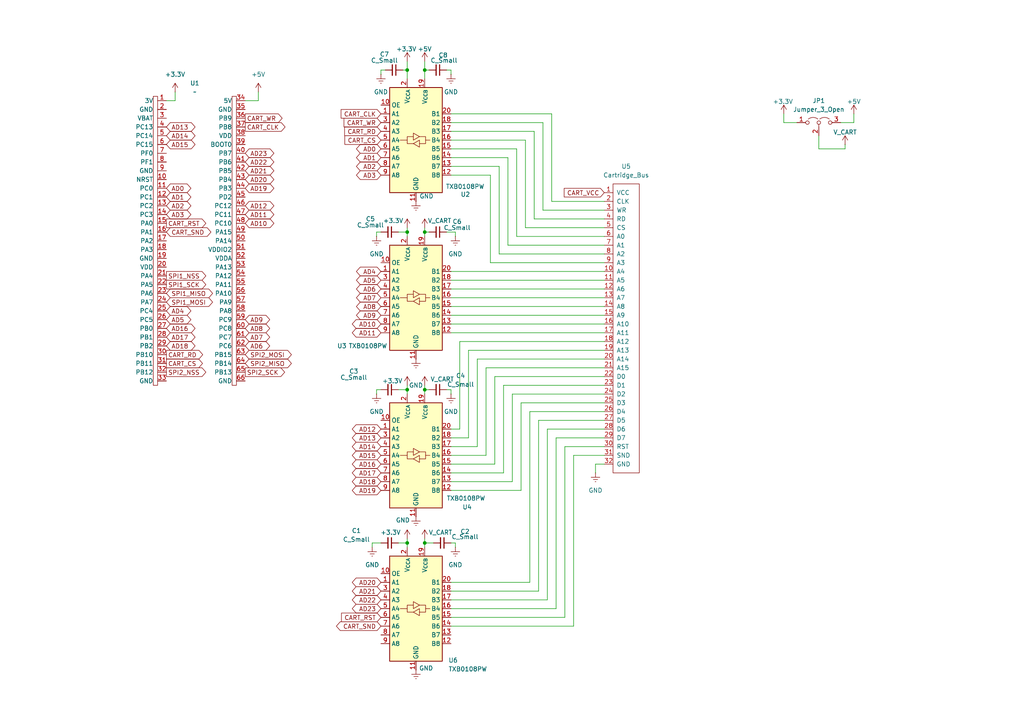
<source format=kicad_sch>
(kicad_sch (version 20250114) (generator "eeschema") (generator_version "9.0")
  (paper "A4")
  (lib_symbols
    (symbol "Connector:STM32F072B-DISCO" (pin_names (offset 1.27))
      (property "Reference" "U" (at 0 0 0))
      (symbol "STM32F072B-DISCO_0_0"
        (pin power_out line (at 0 0 180) (length 2.54) (name "3V") (number "1"))
        (pin passive line (at 0 -2.54 180) (length 2.54) (name "GND") (number "2"))
        (pin power_in line (at 0 -5.08 180) (length 2.54) (name "VBAT") (number "3"))
        (pin bidirectional line (at 0 -7.62 180) (length 2.54) (name "PC13") (number "4"))
        (pin bidirectional line (at 0 -10.16 180) (length 2.54) (name "PC14") (number "5"))
        (pin bidirectional line (at 0 -12.7 180) (length 2.54) (name "PC15") (number "6"))
        (pin bidirectional line (at 0 -15.24 180) (length 2.54) (name "PF0") (number "7"))
        (pin bidirectional line (at 0 -17.78 180) (length 2.54) (name "PF1") (number "8"))
        (pin passive line (at 0 -20.32 180) (length 2.54) (name "GND") (number "9"))
        (pin bidirectional line (at 0 -22.86 180) (length 2.54) (name "NRST") (number "10"))
        (pin bidirectional line (at 0 -25.4 180) (length 2.54) (name "PC0") (number "11"))
        (pin bidirectional line (at 0 -27.94 180) (length 2.54) (name "PC1") (number "12"))
        (pin bidirectional line (at 0 -30.48 180) (length 2.54) (name "PC2") (number "13"))
        (pin bidirectional line (at 0 -33.02 180) (length 2.54) (name "PC3") (number "14"))
        (pin bidirectional line (at 0 -35.56 180) (length 2.54) (name "PA0") (number "15"))
        (pin bidirectional line (at 0 -38.1 180) (length 2.54) (name "PA1") (number "16"))
        (pin bidirectional line (at 0 -40.64 180) (length 2.54) (name "PA2") (number "17"))
        (pin bidirectional line (at 0 -43.18 180) (length 2.54) (name "PA3") (number "18"))
        (pin bidirectional line (at 0 -45.72 180) (length 2.54) (name "GND") (number "19"))
        (pin power_in line (at 0 -48.26 180) (length 2.54) (name "VDD") (number "20"))
        (pin bidirectional line (at 0 -50.8 180) (length 2.54) (name "PA4") (number "21"))
        (pin bidirectional line (at 0 -53.34 180) (length 2.54) (name "PA5") (number "22"))
        (pin bidirectional line (at 0 -55.88 180) (length 2.54) (name "PA6") (number "23"))
        (pin bidirectional line (at 0 -58.42 180) (length 2.54) (name "PA7") (number "24"))
        (pin bidirectional line (at 0 -60.96 180) (length 2.54) (name "PC4") (number "25"))
        (pin bidirectional line (at 0 -63.5 180) (length 2.54) (name "PC5") (number "26"))
        (pin bidirectional line (at 0 -66.04 180) (length 2.54) (name "PB0") (number "27"))
        (pin bidirectional line (at 0 -68.58 180) (length 2.54) (name "PB1") (number "28"))
        (pin bidirectional line (at 0 -71.12 180) (length 2.54) (name "PB2") (number "29"))
        (pin bidirectional line (at 0 -73.66 180) (length 2.54) (name "PB10") (number "30"))
        (pin bidirectional line (at 0 -76.2 180) (length 2.54) (name "PB11") (number "31"))
        (pin bidirectional line (at 0 -78.74 180) (length 2.54) (name "PB12") (number "32"))
        (pin passive line (at 0 -81.28 180) (length 2.54) (name "GND") (number "33"))
        (pin power_out line (at 22.86 0 180) (length 2.54) (name "5V") (number "34"))
        (pin passive line (at 22.86 -2.54 180) (length 2.54) (name "GND") (number "35"))
        (pin bidirectional line (at 22.86 -5.08 180) (length 2.54) (name "PB9") (number "36"))
        (pin bidirectional line (at 22.86 -7.62 180) (length 2.54) (name "PB8") (number "37"))
        (pin power_in line (at 22.86 -10.16 180) (length 2.54) (name "VDD") (number "38"))
        (pin bidirectional line (at 22.86 -12.7 180) (length 2.54) (name "BOOT0") (number "39"))
        (pin bidirectional line (at 22.86 -15.24 180) (length 2.54) (name "PB7") (number "40"))
        (pin bidirectional line (at 22.86 -17.78 180) (length 2.54) (name "PB6") (number "41"))
        (pin bidirectional line (at 22.86 -20.32 180) (length 2.54) (name "PB5") (number "42"))
        (pin bidirectional line (at 22.86 -22.86 180) (length 2.54) (name "PB4") (number "43"))
        (pin bidirectional line (at 22.86 -25.4 180) (length 2.54) (name "PB3") (number "44"))
        (pin bidirectional line (at 22.86 -27.94 180) (length 2.54) (name "PD2") (number "45"))
        (pin bidirectional line (at 22.86 -30.48 180) (length 2.54) (name "PC12") (number "46"))
        (pin bidirectional line (at 22.86 -33.02 180) (length 2.54) (name "PC11") (number "47"))
        (pin bidirectional line (at 22.86 -35.56 180) (length 2.54) (name "PC10") (number "48"))
        (pin bidirectional line (at 22.86 -38.1 180) (length 2.54) (name "PA15") (number "49"))
        (pin bidirectional line (at 22.86 -40.64 180) (length 2.54) (name "PA14") (number "50"))
        (pin power_in line (at 22.86 -43.18 180) (length 2.54) (name "VDDIO2") (number "51"))
        (pin power_in line (at 22.86 -45.72 180) (length 2.54) (name "VDDA") (number "52"))
        (pin bidirectional line (at 22.86 -48.26 180) (length 2.54) (name "PA13") (number "53"))
        (pin bidirectional line (at 22.86 -50.8 180) (length 2.54) (name "PA12") (number "54"))
        (pin bidirectional line (at 22.86 -53.34 180) (length 2.54) (name "PA11") (number "55"))
        (pin bidirectional line (at 22.86 -55.88 180) (length 2.54) (name "PA10") (number "56"))
        (pin bidirectional line (at 22.86 -58.42 180) (length 2.54) (name "PA9") (number "57"))
        (pin bidirectional line (at 22.86 -60.96 180) (length 2.54) (name "PA8") (number "58"))
        (pin bidirectional line (at 22.86 -63.5 180) (length 2.54) (name "PC9") (number "59"))
        (pin bidirectional line (at 22.86 -66.04 180) (length 2.54) (name "PC8") (number "60"))
        (pin bidirectional line (at 22.86 -68.58 180) (length 2.54) (name "PC7") (number "61"))
        (pin bidirectional line (at 22.86 -71.12 180) (length 2.54) (name "PC6") (number "62"))
        (pin bidirectional line (at 22.86 -73.66 180) (length 2.54) (name "PB15") (number "63"))
        (pin bidirectional line (at 22.86 -76.2 180) (length 2.54) (name "PB14") (number "64"))
        (pin bidirectional line (at 22.86 -78.74 180) (length 2.54) (name "PB13") (number "65"))
        (pin passive line (at 22.86 -81.28 180) (length 2.54) (name "GND") (number "66"))
      )
      (symbol "STM32F072B-DISCO_0_1"
        (rectangle (start -3.81 1.27) (end -2.54 -82.55))
        (rectangle (start 19.05 1.27) (end 20.32 -82.55))
      )
    )
    (symbol "Device:C_Small" (pin_numbers (hide yes)) (pin_names (offset 0.254) (hide yes))
      (property "Reference" "C" (at 0.254 1.778 0))
      (property "Value" "C_Small" (at 0.254 -2.032 0))
      (symbol "C_Small_0_1"
        (polyline (pts (xy -1.524 0.508) (xy 1.524 0.508)) (stroke (width 0.3048)))
        (polyline (pts (xy -1.524 -0.508) (xy 1.524 -0.508)) (stroke (width 0.3302)))
      )
      (symbol "C_Small_1_1"
        (pin passive line (at 0 2.54 270) (length 2.032) (name "~") (number "1"))
        (pin passive line (at 0 -2.54 90) (length 2.032) (name "~") (number "2"))
      )
    )
    (symbol "HDR_Gameboy:Cartridge_Bus" (pin_names (offset 1.016))
      (property "Reference" "U0" (at 24.13 -9.4488 0))
      (property "Value" "Cartridge_Bus" (at 24.13 -11.7602 0))
      (symbol "Cartridge_Bus_0_1"
        (rectangle (start 66.04 0) (end -17.78 -7.62))
      )
      (symbol "Cartridge_Bus_1_1"
        (pin unspecified line (at -15.24 2.54 270) (length 2.54) (name "VCC") (number "1"))
        (pin unspecified line (at -12.7 2.54 270) (length 2.54) (name "CLK~{}") (number "2"))
        (pin unspecified line (at -10.16 2.54 270) (length 2.54) (name "WR") (number "3"))
        (pin unspecified line (at -7.62 2.54 270) (length 2.54) (name "RD") (number "4"))
        (pin unspecified line (at -5.08 2.54 270) (length 2.54) (name "CS") (number "5"))
        (pin unspecified line (at -2.54 2.54 270) (length 2.54) (name "A0") (number "6"))
        (pin unspecified line (at 0 2.54 270) (length 2.54) (name "A1") (number "7"))
        (pin unspecified line (at 2.54 2.54 270) (length 2.54) (name "A2") (number "8"))
        (pin unspecified line (at 5.08 2.54 270) (length 2.54) (name "A3") (number "9"))
        (pin unspecified line (at 7.62 2.54 270) (length 2.54) (name "A4") (number "10"))
        (pin unspecified line (at 10.16 2.54 270) (length 2.54) (name "A5") (number "11"))
        (pin unspecified line (at 12.7 2.54 270) (length 2.54) (name "A6") (number "12"))
        (pin unspecified line (at 15.24 2.54 270) (length 2.54) (name "A7") (number "13"))
        (pin unspecified line (at 17.78 2.54 270) (length 2.54) (name "A8") (number "14"))
        (pin unspecified line (at 20.32 2.54 270) (length 2.54) (name "A9") (number "15"))
        (pin unspecified line (at 22.86 2.54 270) (length 2.54) (name "A10") (number "16"))
        (pin unspecified line (at 25.4 2.54 270) (length 2.54) (name "A11") (number "17"))
        (pin unspecified line (at 27.94 2.54 270) (length 2.54) (name "A12") (number "18"))
        (pin unspecified line (at 30.48 2.54 270) (length 2.54) (name "A13") (number "19"))
        (pin unspecified line (at 33.02 2.54 270) (length 2.54) (name "A14") (number "20"))
        (pin unspecified line (at 35.56 2.54 270) (length 2.54) (name "A15") (number "21"))
        (pin unspecified line (at 38.1 2.54 270) (length 2.54) (name "D0") (number "22"))
        (pin unspecified line (at 40.64 2.54 270) (length 2.54) (name "D1") (number "23"))
        (pin unspecified line (at 43.18 2.54 270) (length 2.54) (name "D2") (number "24"))
        (pin unspecified line (at 45.72 2.54 270) (length 2.54) (name "D3") (number "25"))
        (pin unspecified line (at 48.26 2.54 270) (length 2.54) (name "D4") (number "26"))
        (pin unspecified line (at 50.8 2.54 270) (length 2.54) (name "D5") (number "27"))
        (pin unspecified line (at 53.34 2.54 270) (length 2.54) (name "D6") (number "28"))
        (pin unspecified line (at 55.88 2.54 270) (length 2.54) (name "D7") (number "29"))
        (pin unspecified line (at 58.42 2.54 270) (length 2.54) (name "RST") (number "30"))
        (pin unspecified line (at 60.96 2.54 270) (length 2.54) (name "SND") (number "31"))
        (pin unspecified line (at 63.5 2.54 270) (length 2.54) (name "GND") (number "32"))
      )
    )
    (symbol "Jumper:Jumper_3_Open" (pin_names (offset 0) (hide yes)) (in_bom no)
      (property "Reference" "JP" (at -2.54 -2.54 0))
      (property "Value" "Jumper_3_Open" (at 0 2.794 0))
      (symbol "Jumper_3_Open_0_0"
        (circle (center -3.302 0) (radius 0.508))
        (circle (center 0 0) (radius 0.508))
        (circle (center 3.302 0) (radius 0.508))
      )
      (symbol "Jumper_3_Open_0_1"
        (arc (start -3.048 1.016) (mid -1.651 1.4992) (end -0.254 1.016))
        (polyline (pts (xy 0 -0.508) (xy 0 -1.27)))
        (arc (start 0.254 1.016) (mid 1.651 1.4992) (end 3.048 1.016))
      )
      (symbol "Jumper_3_Open_1_1"
        (pin passive line (at -6.35 0 0) (length 2.54) (name "A") (number "1"))
        (pin passive line (at 0 -3.81 90) (length 2.54) (name "C") (number "2"))
        (pin passive line (at 6.35 0 180) (length 2.54) (name "B") (number "3"))
      )
    )
    (symbol "Logic_LevelTranslator:TXB0108PW"
      (property "Reference" "U" (at -6.35 16.51 0))
      (property "Value" "TXB0108PW" (at 3.81 16.51 0))
      (symbol "TXB0108PW_0_1"
        (rectangle (start -7.62 15.24) (end 7.62 -15.24) (stroke (width 0.254)) (fill (type background)))
        (polyline (pts (xy -2.54 0) (xy -2.54 1.016) (xy -0.762 1.016)))
        (polyline (pts (xy -0.762 -1.016) (xy -2.54 -1.016) (xy -2.54 0) (xy -4.572 0)))
        (polyline (pts (xy -0.762 -1.016) (xy 1.016 0) (xy 1.016 -2.032) (xy -0.762 -1.016)))
        (polyline (pts (xy 1.016 1.016) (xy -0.762 0) (xy -0.762 2.032) (xy 1.016 1.016)))
        (polyline (pts (xy 1.016 1.016) (xy 2.794 1.016) (xy 2.794 0) (xy 4.064 0)))
        (polyline (pts (xy 2.794 0) (xy 2.794 -1.016) (xy 1.016 -1.016)))
      )
      (symbol "TXB0108PW_1_1"
        (pin input line (at -10.16 10.16 0) (length 2.54) (name "OE") (number "10"))
        (pin bidirectional line (at -10.16 7.62 0) (length 2.54) (name "A1") (number "1"))
        (pin bidirectional line (at -10.16 5.08 0) (length 2.54) (name "A2") (number "3"))
        (pin bidirectional line (at -10.16 2.54 0) (length 2.54) (name "A3") (number "4"))
        (pin bidirectional line (at -10.16 0 0) (length 2.54) (name "A4") (number "5"))
        (pin bidirectional line (at -10.16 -2.54 0) (length 2.54) (name "A5") (number "6"))
        (pin bidirectional line (at -10.16 -5.08 0) (length 2.54) (name "A6") (number "7"))
        (pin bidirectional line (at -10.16 -7.62 0) (length 2.54) (name "A7") (number "8"))
        (pin bidirectional line (at -10.16 -10.16 0) (length 2.54) (name "A8") (number "9"))
        (pin power_in line (at -2.54 17.78 270) (length 2.54) (name "V_{CCA}") (number "2"))
        (pin power_in line (at 0 -17.78 90) (length 2.54) (name "GND") (number "11"))
        (pin power_in line (at 2.54 17.78 270) (length 2.54) (name "V_{CCB}") (number "19"))
        (pin bidirectional line (at 10.16 7.62 180) (length 2.54) (name "B1") (number "20"))
        (pin bidirectional line (at 10.16 5.08 180) (length 2.54) (name "B2") (number "18"))
        (pin bidirectional line (at 10.16 2.54 180) (length 2.54) (name "B3") (number "17"))
        (pin bidirectional line (at 10.16 0 180) (length 2.54) (name "B4") (number "16"))
        (pin bidirectional line (at 10.16 -2.54 180) (length 2.54) (name "B5") (number "15"))
        (pin bidirectional line (at 10.16 -5.08 180) (length 2.54) (name "B6") (number "14"))
        (pin bidirectional line (at 10.16 -7.62 180) (length 2.54) (name "B7") (number "13"))
        (pin bidirectional line (at 10.16 -10.16 180) (length 2.54) (name "B8") (number "12"))
      )
    )
    (symbol "power:+3.3V" (power) (pin_numbers (hide yes)) (pin_names (offset 0) (hide yes))
      (property "Value" "+3.3V" (at 0 3.556 0))
      (symbol "+3.3V_0_1"
        (polyline (pts (xy -0.762 1.27) (xy 0 2.54)))
        (polyline (pts (xy 0 2.54) (xy 0.762 1.27)))
        (polyline (pts (xy 0 0) (xy 0 2.54)))
      )
      (symbol "+3.3V_1_1"
        (pin power_in line (at 0 0 90) (length 0) (name "~") (number "1"))
      )
    )
    (symbol "power:Earth" (power) (pin_numbers (hide yes)) (pin_names (offset 0) (hide yes))
      (property "Value" "Earth" (at 0 -3.81 0))
      (symbol "Earth_0_1"
        (polyline (pts (xy -0.635 -1.905) (xy 0.635 -1.905)))
        (polyline (pts (xy -0.127 -2.54) (xy 0.127 -2.54)))
        (polyline (pts (xy 0 -1.27) (xy 0 0)))
        (polyline (pts (xy 1.27 -1.27) (xy -1.27 -1.27)))
      )
      (symbol "Earth_1_1"
        (pin power_in line (at 0 0 270) (length 0) (name "~") (number "1"))
      )
    )
  )
  (junction (at 118.11 67.31))
  (junction (at 123.19 20.32))
  (junction (at 123.19 157.48))
  (junction (at 118.11 20.32))
  (junction (at 123.19 113.03))
  (junction (at 118.11 157.48))
  (junction (at 123.19 67.31))
  (junction (at 118.11 113.03))
  (wire (pts (xy 74.93 29.21) (xy 74.93 26.67)))
  (wire (pts (xy 130.81 134.62) (xy 143.51 134.62)))
  (wire (pts (xy 144.78 73.66) (xy 175.26 73.66)))
  (wire (pts (xy 135.89 101.6) (xy 175.26 101.6)))
  (wire (pts (xy 133.35 124.46) (xy 133.35 99.06)))
  (wire (pts (xy 130.81 181.61) (xy 166.37 181.61)))
  (wire (pts (xy 130.81 129.54) (xy 138.43 129.54)))
  (wire (pts (xy 245.11 43.18) (xy 245.11 41.91)))
  (wire (pts (xy 130.81 78.74) (xy 175.26 78.74)))
  (wire (pts (xy 130.81 48.26) (xy 144.78 48.26)))
  (wire (pts (xy 130.81 132.08) (xy 140.97 132.08)))
  (wire (pts (xy 130.81 168.91) (xy 153.67 168.91)))
  (wire (pts (xy 130.81 179.07) (xy 163.83 179.07)))
  (wire (pts (xy 130.81 20.32) (xy 130.81 21.59)))
  (wire (pts (xy 123.19 20.32) (xy 123.19 22.86)))
  (wire (pts (xy 115.57 67.31) (xy 118.11 67.31)))
  (wire (pts (xy 147.32 45.72) (xy 147.32 71.12)))
  (wire (pts (xy 237.49 39.37) (xy 237.49 43.18)))
  (wire (pts (xy 157.48 35.56) (xy 157.48 60.96)))
  (wire (pts (xy 118.11 17.78) (xy 118.11 20.32)))
  (wire (pts (xy 130.81 88.9) (xy 175.26 88.9)))
  (wire (pts (xy 118.11 113.03) (xy 118.11 114.3)))
  (wire (pts (xy 140.97 106.68) (xy 175.26 106.68)))
  (wire (pts (xy 163.83 179.07) (xy 163.83 129.54)))
  (wire (pts (xy 110.49 113.03) (xy 109.22 113.03)))
  (wire (pts (xy 123.19 17.78) (xy 123.19 20.32)))
  (wire (pts (xy 130.81 50.8) (xy 142.24 50.8)))
  (wire (pts (xy 118.11 157.48) (xy 118.11 158.75)))
  (wire (pts (xy 123.19 66.04) (xy 123.19 67.31)))
  (wire (pts (xy 160.02 58.42) (xy 175.26 58.42)))
  (wire (pts (xy 130.81 96.52) (xy 175.26 96.52)))
  (wire (pts (xy 237.49 43.18) (xy 245.11 43.18)))
  (wire (pts (xy 118.11 66.04) (xy 118.11 67.31)))
  (wire (pts (xy 125.73 157.48) (xy 123.19 157.48)))
  (wire (pts (xy 154.94 63.5) (xy 175.26 63.5)))
  (wire (pts (xy 130.81 35.56) (xy 157.48 35.56)))
  (wire (pts (xy 118.11 111.76) (xy 118.11 113.03)))
  (wire (pts (xy 118.11 20.32) (xy 118.11 22.86)))
  (wire (pts (xy 130.81 127) (xy 135.89 127)))
  (wire (pts (xy 110.49 20.32) (xy 110.49 21.59)))
  (wire (pts (xy 156.21 121.92) (xy 175.26 121.92)))
  (wire (pts (xy 130.81 83.82) (xy 175.26 83.82)))
  (wire (pts (xy 109.22 113.03) (xy 109.22 114.3)))
  (wire (pts (xy 227.33 35.56) (xy 227.33 33.02)))
  (wire (pts (xy 123.19 156.21) (xy 123.19 157.48)))
  (wire (pts (xy 149.86 68.58) (xy 175.26 68.58)))
  (wire (pts (xy 151.13 116.84) (xy 175.26 116.84)))
  (wire (pts (xy 143.51 134.62) (xy 143.51 109.22)))
  (wire (pts (xy 130.81 86.36) (xy 175.26 86.36)))
  (wire (pts (xy 130.81 142.24) (xy 151.13 142.24)))
  (wire (pts (xy 123.19 113.03) (xy 123.19 114.3)))
  (wire (pts (xy 160.02 33.02) (xy 160.02 58.42)))
  (wire (pts (xy 48.26 29.21) (xy 50.8 29.21)))
  (wire (pts (xy 147.32 71.12) (xy 175.26 71.12)))
  (wire (pts (xy 130.81 173.99) (xy 158.75 173.99)))
  (wire (pts (xy 138.43 104.14) (xy 175.26 104.14)))
  (wire (pts (xy 148.59 139.7) (xy 148.59 114.3)))
  (wire (pts (xy 243.84 35.56) (xy 247.65 35.56)))
  (wire (pts (xy 132.08 157.48) (xy 132.08 158.75)))
  (wire (pts (xy 151.13 142.24) (xy 151.13 116.84)))
  (wire (pts (xy 231.14 35.56) (xy 227.33 35.56)))
  (wire (pts (xy 135.89 127) (xy 135.89 101.6)))
  (wire (pts (xy 124.46 67.31) (xy 123.19 67.31)))
  (wire (pts (xy 130.81 93.98) (xy 175.26 93.98)))
  (wire (pts (xy 123.19 111.76) (xy 123.19 113.03)))
  (wire (pts (xy 153.67 168.91) (xy 153.67 119.38)))
  (wire (pts (xy 144.78 48.26) (xy 144.78 73.66)))
  (wire (pts (xy 138.43 129.54) (xy 138.43 104.14)))
  (wire (pts (xy 161.29 176.53) (xy 161.29 127)))
  (wire (pts (xy 130.81 124.46) (xy 133.35 124.46)))
  (wire (pts (xy 130.81 45.72) (xy 147.32 45.72)))
  (wire (pts (xy 124.46 20.32) (xy 123.19 20.32)))
  (wire (pts (xy 130.81 139.7) (xy 148.59 139.7)))
  (wire (pts (xy 116.84 20.32) (xy 118.11 20.32)))
  (wire (pts (xy 161.29 127) (xy 175.26 127)))
  (wire (pts (xy 111.76 20.32) (xy 110.49 20.32)))
  (wire (pts (xy 132.08 67.31) (xy 132.08 68.58)))
  (wire (pts (xy 130.81 33.02) (xy 160.02 33.02)))
  (wire (pts (xy 130.81 176.53) (xy 161.29 176.53)))
  (wire (pts (xy 123.19 157.48) (xy 123.19 158.75)))
  (wire (pts (xy 133.35 99.06) (xy 175.26 99.06)))
  (wire (pts (xy 158.75 173.99) (xy 158.75 124.46)))
  (wire (pts (xy 130.81 43.18) (xy 149.86 43.18)))
  (wire (pts (xy 148.59 114.3) (xy 175.26 114.3)))
  (wire (pts (xy 110.49 157.48) (xy 107.95 157.48)))
  (wire (pts (xy 115.57 113.03) (xy 118.11 113.03)))
  (wire (pts (xy 172.72 134.62) (xy 172.72 137.16)))
  (wire (pts (xy 156.21 171.45) (xy 156.21 121.92)))
  (wire (pts (xy 166.37 132.08) (xy 175.26 132.08)))
  (wire (pts (xy 166.37 181.61) (xy 166.37 132.08)))
  (wire (pts (xy 146.05 111.76) (xy 175.26 111.76)))
  (wire (pts (xy 129.54 67.31) (xy 132.08 67.31)))
  (wire (pts (xy 110.49 67.31) (xy 109.22 67.31)))
  (wire (pts (xy 154.94 38.1) (xy 154.94 63.5)))
  (wire (pts (xy 142.24 76.2) (xy 175.26 76.2)))
  (wire (pts (xy 50.8 29.21) (xy 50.8 26.67)))
  (wire (pts (xy 142.24 50.8) (xy 142.24 76.2)))
  (wire (pts (xy 130.81 81.28) (xy 175.26 81.28)))
  (wire (pts (xy 130.81 171.45) (xy 156.21 171.45)))
  (wire (pts (xy 152.4 40.64) (xy 152.4 66.04)))
  (wire (pts (xy 175.26 134.62) (xy 172.72 134.62)))
  (wire (pts (xy 115.57 157.48) (xy 118.11 157.48)))
  (wire (pts (xy 130.81 113.03) (xy 130.81 114.3)))
  (wire (pts (xy 146.05 137.16) (xy 146.05 111.76)))
  (wire (pts (xy 247.65 35.56) (xy 247.65 33.02)))
  (wire (pts (xy 143.51 109.22) (xy 175.26 109.22)))
  (wire (pts (xy 118.11 67.31) (xy 118.11 68.58)))
  (wire (pts (xy 124.46 113.03) (xy 123.19 113.03)))
  (wire (pts (xy 157.48 60.96) (xy 175.26 60.96)))
  (wire (pts (xy 130.81 40.64) (xy 152.4 40.64)))
  (wire (pts (xy 158.75 124.46) (xy 175.26 124.46)))
  (wire (pts (xy 123.19 67.31) (xy 123.19 68.58)))
  (wire (pts (xy 118.11 156.21) (xy 118.11 157.48)))
  (wire (pts (xy 71.12 29.21) (xy 74.93 29.21)))
  (wire (pts (xy 129.54 20.32) (xy 130.81 20.32)))
  (wire (pts (xy 130.81 38.1) (xy 154.94 38.1)))
  (wire (pts (xy 130.81 91.44) (xy 175.26 91.44)))
  (wire (pts (xy 140.97 132.08) (xy 140.97 106.68)))
  (wire (pts (xy 130.81 157.48) (xy 132.08 157.48)))
  (wire (pts (xy 109.22 67.31) (xy 109.22 68.58)))
  (wire (pts (xy 149.86 43.18) (xy 149.86 68.58)))
  (wire (pts (xy 153.67 119.38) (xy 175.26 119.38)))
  (wire (pts (xy 163.83 129.54) (xy 175.26 129.54)))
  (wire (pts (xy 130.81 137.16) (xy 146.05 137.16)))
  (wire (pts (xy 107.95 157.48) (xy 107.95 158.75)))
  (wire (pts (xy 129.54 113.03) (xy 130.81 113.03)))
  (wire (pts (xy 152.4 66.04) (xy 175.26 66.04)))
  (global_label "AD17" (shape bidirectional) (at 110.49 137.16 180) (property "Intersheetrefs" "${INTERSHEET_REFS}" (effects (hide yes))))
  (global_label "AD6" (shape bidirectional) (at 71.12 100.33 0) (property "Intersheetrefs" "${INTERSHEET_REFS}" (effects (hide yes))))
  (global_label "AD22" (shape bidirectional) (at 110.49 173.99 180) (property "Intersheetrefs" "${INTERSHEET_REFS}" (effects (hide yes))))
  (global_label "CART_CS" (shape output) (at 48.26 105.41 0) (property "Intersheetrefs" "${INTERSHEET_REFS}" (effects (hide yes))))
  (global_label "CART_CLK" (shape input) (at 110.49 33.02 180) (property "Intersheetrefs" "${INTERSHEET_REFS}" (effects (hide yes))))
  (global_label "CART_RST" (shape input) (at 110.49 179.07 180) (property "Intersheetrefs" "${INTERSHEET_REFS}" (effects (hide yes))))
  (global_label "CART_VCC" (shape input) (at 175.26 55.88 180) (property "Intersheetrefs" "${INTERSHEET_REFS}" (effects (hide yes))))
  (global_label "AD21" (shape bidirectional) (at 110.49 171.45 180) (property "Intersheetrefs" "${INTERSHEET_REFS}" (effects (hide yes))))
  (global_label "CART_WR" (shape output) (at 71.12 34.29 0) (property "Intersheetrefs" "${INTERSHEET_REFS}" (effects (hide yes))))
  (global_label "AD16" (shape bidirectional) (at 110.49 134.62 180) (property "Intersheetrefs" "${INTERSHEET_REFS}" (effects (hide yes))))
  (global_label "AD19" (shape bidirectional) (at 71.12 54.61 0) (property "Intersheetrefs" "${INTERSHEET_REFS}" (effects (hide yes))))
  (global_label "CART_CS" (shape input) (at 110.49 40.64 180) (property "Intersheetrefs" "${INTERSHEET_REFS}" (effects (hide yes))))
  (global_label "CART_RD" (shape input) (at 110.49 38.1 180) (property "Intersheetrefs" "${INTERSHEET_REFS}" (effects (hide yes))))
  (global_label "AD1" (shape bidirectional) (at 48.26 57.15 0) (property "Intersheetrefs" "${INTERSHEET_REFS}" (effects (hide yes))))
  (global_label "SPI2_NSS" (shape output) (at 48.26 107.95 0) (property "Intersheetrefs" "${INTERSHEET_REFS}" (effects (hide yes))))
  (global_label "AD4" (shape bidirectional) (at 48.26 90.17 0) (property "Intersheetrefs" "${INTERSHEET_REFS}" (effects (hide yes))))
  (global_label "SPI1_MOSI" (shape bidirectional) (at 48.26 87.63 0) (property "Intersheetrefs" "${INTERSHEET_REFS}" (effects (hide yes))))
  (global_label "AD20" (shape bidirectional) (at 71.12 52.07 0) (property "Intersheetrefs" "${INTERSHEET_REFS}" (effects (hide yes))))
  (global_label "AD0" (shape bidirectional) (at 48.26 54.61 0) (property "Intersheetrefs" "${INTERSHEET_REFS}" (effects (hide yes))))
  (global_label "AD10" (shape bidirectional) (at 71.12 64.77 0) (property "Intersheetrefs" "${INTERSHEET_REFS}" (effects (hide yes))))
  (global_label "AD2" (shape bidirectional) (at 48.26 59.69 0) (property "Intersheetrefs" "${INTERSHEET_REFS}" (effects (hide yes))))
  (global_label "CART_RST" (shape output) (at 48.26 64.77 0) (property "Intersheetrefs" "${INTERSHEET_REFS}" (effects (hide yes))))
  (global_label "SPI2_MISO" (shape bidirectional) (at 71.12 105.41 0) (property "Intersheetrefs" "${INTERSHEET_REFS}" (effects (hide yes))))
  (global_label "AD18" (shape bidirectional) (at 48.26 100.33 0) (property "Intersheetrefs" "${INTERSHEET_REFS}" (effects (hide yes))))
  (global_label "AD14" (shape bidirectional) (at 48.26 39.37 0) (property "Intersheetrefs" "${INTERSHEET_REFS}" (effects (hide yes))))
  (global_label "AD7" (shape bidirectional) (at 110.49 86.36 180) (property "Intersheetrefs" "${INTERSHEET_REFS}" (effects (hide yes))))
  (global_label "CART_RD" (shape output) (at 48.26 102.87 0) (property "Intersheetrefs" "${INTERSHEET_REFS}" (effects (hide yes))))
  (global_label "AD17" (shape bidirectional) (at 48.26 97.79 0) (property "Intersheetrefs" "${INTERSHEET_REFS}" (effects (hide yes))))
  (global_label "AD12" (shape bidirectional) (at 110.49 124.46 180) (property "Intersheetrefs" "${INTERSHEET_REFS}" (effects (hide yes))))
  (global_label "AD10" (shape bidirectional) (at 110.49 93.98 180) (property "Intersheetrefs" "${INTERSHEET_REFS}" (effects (hide yes))))
  (global_label "AD15" (shape bidirectional) (at 48.26 41.91 0) (property "Intersheetrefs" "${INTERSHEET_REFS}" (effects (hide yes))))
  (global_label "AD1" (shape bidirectional) (at 110.49 45.72 180) (property "Intersheetrefs" "${INTERSHEET_REFS}" (effects (hide yes))))
  (global_label "AD22" (shape bidirectional) (at 71.12 46.99 0) (property "Intersheetrefs" "${INTERSHEET_REFS}" (effects (hide yes))))
  (global_label "CART_CLK" (shape output) (at 71.12 36.83 0) (property "Intersheetrefs" "${INTERSHEET_REFS}" (effects (hide yes))))
  (global_label "AD14" (shape bidirectional) (at 110.49 129.54 180) (property "Intersheetrefs" "${INTERSHEET_REFS}" (effects (hide yes))))
  (global_label "AD7" (shape bidirectional) (at 71.12 97.79 0) (property "Intersheetrefs" "${INTERSHEET_REFS}" (effects (hide yes))))
  (global_label "AD9" (shape bidirectional) (at 71.12 92.71 0) (property "Intersheetrefs" "${INTERSHEET_REFS}" (effects (hide yes))))
  (global_label "AD4" (shape bidirectional) (at 110.49 78.74 180) (property "Intersheetrefs" "${INTERSHEET_REFS}" (effects (hide yes))))
  (global_label "AD18" (shape bidirectional) (at 110.49 139.7 180) (property "Intersheetrefs" "${INTERSHEET_REFS}" (effects (hide yes))))
  (global_label "SPI1_SCK" (shape output) (at 48.26 82.55 0) (property "Intersheetrefs" "${INTERSHEET_REFS}" (effects (hide yes))))
  (global_label "SPI1_NSS" (shape output) (at 48.26 80.01 0) (property "Intersheetrefs" "${INTERSHEET_REFS}" (effects (hide yes))))
  (global_label "AD8" (shape bidirectional) (at 71.12 95.25 0) (property "Intersheetrefs" "${INTERSHEET_REFS}" (effects (hide yes))))
  (global_label "AD13" (shape bidirectional) (at 110.49 127 180) (property "Intersheetrefs" "${INTERSHEET_REFS}" (effects (hide yes))))
  (global_label "AD23" (shape bidirectional) (at 110.49 176.53 180) (property "Intersheetrefs" "${INTERSHEET_REFS}" (effects (hide yes))))
  (global_label "AD20" (shape bidirectional) (at 110.49 168.91 180) (property "Intersheetrefs" "${INTERSHEET_REFS}" (effects (hide yes))))
  (global_label "AD19" (shape bidirectional) (at 110.49 142.24 180) (property "Intersheetrefs" "${INTERSHEET_REFS}" (effects (hide yes))))
  (global_label "AD15" (shape bidirectional) (at 110.49 132.08 180) (property "Intersheetrefs" "${INTERSHEET_REFS}" (effects (hide yes))))
  (global_label "AD12" (shape bidirectional) (at 71.12 59.69 0) (property "Intersheetrefs" "${INTERSHEET_REFS}" (effects (hide yes))))
  (global_label "AD0" (shape bidirectional) (at 110.49 43.18 180) (property "Intersheetrefs" "${INTERSHEET_REFS}" (effects (hide yes))))
  (global_label "AD11" (shape bidirectional) (at 71.12 62.23 0) (property "Intersheetrefs" "${INTERSHEET_REFS}" (effects (hide yes))))
  (global_label "AD3" (shape bidirectional) (at 110.49 50.8 180) (property "Intersheetrefs" "${INTERSHEET_REFS}" (effects (hide yes))))
  (global_label "SPI2_SCK" (shape output) (at 71.12 107.95 0) (property "Intersheetrefs" "${INTERSHEET_REFS}" (effects (hide yes))))
  (global_label "AD3" (shape bidirectional) (at 48.26 62.23 0) (property "Intersheetrefs" "${INTERSHEET_REFS}" (effects (hide yes))))
  (global_label "AD6" (shape bidirectional) (at 110.49 83.82 180) (property "Intersheetrefs" "${INTERSHEET_REFS}" (effects (hide yes))))
  (global_label "AD11" (shape bidirectional) (at 110.49 96.52 180) (property "Intersheetrefs" "${INTERSHEET_REFS}" (effects (hide yes))))
  (global_label "CART_WR" (shape input) (at 110.49 35.56 180) (property "Intersheetrefs" "${INTERSHEET_REFS}" (effects (hide yes))))
  (global_label "SPI2_MOSI" (shape bidirectional) (at 71.12 102.87 0) (property "Intersheetrefs" "${INTERSHEET_REFS}" (effects (hide yes))))
  (global_label "AD8" (shape bidirectional) (at 110.49 88.9 180) (property "Intersheetrefs" "${INTERSHEET_REFS}" (effects (hide yes))))
  (global_label "AD9" (shape bidirectional) (at 110.49 91.44 180) (property "Intersheetrefs" "${INTERSHEET_REFS}" (effects (hide yes))))
  (global_label "SPI1_MISO" (shape bidirectional) (at 48.26 85.09 0) (property "Intersheetrefs" "${INTERSHEET_REFS}" (effects (hide yes))))
  (global_label "AD5" (shape bidirectional) (at 48.26 92.71 0) (property "Intersheetrefs" "${INTERSHEET_REFS}" (effects (hide yes))))
  (global_label "AD21" (shape bidirectional) (at 71.12 49.53 0) (property "Intersheetrefs" "${INTERSHEET_REFS}" (effects (hide yes))))
  (global_label "AD16" (shape bidirectional) (at 48.26 95.25 0) (property "Intersheetrefs" "${INTERSHEET_REFS}" (effects (hide yes))))
  (global_label "AD13" (shape bidirectional) (at 48.26 36.83 0) (property "Intersheetrefs" "${INTERSHEET_REFS}" (effects (hide yes))))
  (global_label "CART_SND" (shape bidirectional) (at 110.49 181.61 180) (property "Intersheetrefs" "${INTERSHEET_REFS}" (effects (hide yes))))
  (global_label "AD23" (shape bidirectional) (at 71.12 44.45 0) (property "Intersheetrefs" "${INTERSHEET_REFS}" (effects (hide yes))))
  (global_label "CART_SND" (shape bidirectional) (at 48.26 67.31 0) (property "Intersheetrefs" "${INTERSHEET_REFS}" (effects (hide yes))))
  (global_label "AD5" (shape bidirectional) (at 110.49 81.28 180) (property "Intersheetrefs" "${INTERSHEET_REFS}" (effects (hide yes))))
  (global_label "AD2" (shape bidirectional) (at 110.49 48.26 180) (property "Intersheetrefs" "${INTERSHEET_REFS}" (effects (hide yes))))
  (symbol (lib_id "Device:C_Small") (at 114.3 20.32 270) (unit 1)
    (property "Reference" "C7" (at 111.506 15.748 90))
    (property "Value" "C_Small" (at 111.506 17.526 90))
    (property "Description" "Unpolarized capacitor, small symbol" (effects (hide yes)))
  )
  (symbol (lib_id "Device:C_Small") (at 128.27 157.48 270) (unit 1)
    (property "Reference" "C2" (at 134.874 154.178 90))
    (property "Value" "C_Small" (at 134.874 155.702 90))
    (property "Description" "Unpolarized capacitor, small symbol" (effects (hide yes)))
  )
  (symbol (lib_id "power:Earth") (at 132.08 68.58 0) (unit 1)
    (property "Reference" "#PWR06" (effects (hide yes)))
    (property "Value" "GND" (at 132.08 73.66 0))
    (property "Description" "Power symbol creates a global label with name \"Earth\"" (effects (hide yes)))
  )
  (symbol (lib_id "power:Earth") (at 109.22 68.58 0) (unit 1)
    (property "Reference" "#PWR07" (effects (hide yes)))
    (property "Value" "GND" (at 109.22 73.66 0))
    (property "Description" "Power symbol creates a global label with name \"Earth\"" (effects (hide yes)))
  )
  (symbol (lib_id "power:+3.3V") (at 123.19 66.04 0) (unit 1)
    (property "Reference" "#PWR027" (effects (hide yes)))
    (property "Value" "V_CART" (at 127.508 64.008 0))
    (property "Description" "Power symbol creates a global label with name \"+3.3V\"" (effects (hide yes)))
  )
  (symbol (lib_id "Device:C_Small") (at 127 113.03 270) (unit 1)
    (property "Reference" "C4" (at 133.604 108.966 90))
    (property "Value" "C_Small" (at 133.604 111.506 90))
    (property "Description" "Unpolarized capacitor, small symbol" (effects (hide yes)))
  )
  (symbol (lib_id "Device:C_Small") (at 113.03 113.03 270) (unit 1)
    (property "Reference" "C3" (at 102.616 107.696 90))
    (property "Value" "C_Small" (at 102.616 109.474 90))
    (property "Description" "Unpolarized capacitor, small symbol" (effects (hide yes)))
  )
  (symbol (lib_id "power:+3.3V") (at 123.19 17.78 0) (unit 1)
    (property "Reference" "#PWR020" (effects (hide yes)))
    (property "Value" "+5V" (at 123.19 14.224 0))
    (property "Description" "Power symbol creates a global label with name \"+3.3V\"" (effects (hide yes)))
  )
  (symbol (lib_id "power:+3.3V") (at 118.11 156.21 0) (unit 1)
    (property "Reference" "#PWR018" (effects (hide yes)))
    (property "Value" "+3.3V" (at 113.284 154.432 0))
    (property "Description" "Power symbol creates a global label with name \"+3.3V\"" (effects (hide yes)))
  )
  (symbol (lib_id "Logic_LevelTranslator:TXB0108PW") (at 120.65 176.53 0) (unit 1)
    (property "Reference" "U6" (at 130.048 191.516 0) (effects (justify left)))
    (property "Value" "TXB0108PW" (at 130.048 194.056 0) (effects (justify left)))
    (property "Footprint" "Package_SO:TSSOP-20_4.4x6.5mm_P0.65mm" (effects (hide yes)))
    (property "Datasheet" "http://www.ti.com/lit/ds/symlink/txb0108.pdf" (effects (hide yes)))
    (property "Description" "8-Bit Bidirectional Voltage-Level Translator, Auto Direction Sensing and ±15-kV ESD Protection, 1.2 - 3.6V APort, 1.65 - 5.5V BPort, TSSOP-20" (effects (hide yes)))
  )
  (symbol (lib_id "power:Earth") (at 120.65 149.86 0) (unit 1)
    (property "Reference" "#PWR010" (effects (hide yes)))
    (property "Value" "GND" (at 116.84 150.876 0))
    (property "Description" "Power symbol creates a global label with name \"Earth\"" (effects (hide yes)))
  )
  (symbol (lib_id "power:+3.3V") (at 247.65 33.02 0) (unit 1)
    (property "Reference" "#PWR024" (effects (hide yes)))
    (property "Value" "+5V" (at 247.65 29.464 0))
    (property "Description" "Power symbol creates a global label with name \"+3.3V\"" (effects (hide yes)))
  )
  (symbol (lib_id "power:Earth") (at 132.08 158.75 0) (unit 1)
    (property "Reference" "#PWR02" (effects (hide yes)))
    (property "Value" "GND" (at 132.08 163.83 0))
    (property "Description" "Power symbol creates a global label with name \"Earth\"" (effects (hide yes)))
  )
  (symbol (lib_id "power:Earth") (at 130.81 114.3 0) (unit 1)
    (property "Reference" "#PWR04" (effects (hide yes)))
    (property "Value" "GND" (at 130.81 119.38 0))
    (property "Description" "Power symbol creates a global label with name \"Earth\"" (effects (hide yes)))
  )
  (symbol (lib_id "power:Earth") (at 120.65 194.31 0) (unit 1)
    (property "Reference" "#PWR013" (effects (hide yes)))
    (property "Value" "GND" (at 123.5867 193.802 0))
    (property "Description" "Power symbol creates a global label with name \"Earth\"" (effects (hide yes)))
  )
  (symbol (lib_id "power:+3.3V") (at 123.19 111.76 0) (unit 1)
    (property "Reference" "#PWR022" (effects (hide yes)))
    (property "Value" "V_CART" (at 128.27 109.982 0))
    (property "Description" "Power symbol creates a global label with name \"+3.3V\"" (effects (hide yes)))
  )
  (symbol (lib_id "power:+3.3V") (at 50.8 26.67 0) (unit 1)
    (property "Reference" "#PWR014" (effects (hide yes)))
    (property "Value" "+3.3V" (at 50.8 21.59 0))
    (property "Description" "Power symbol creates a global label with name \"+3.3V\"" (effects (hide yes)))
  )
  (symbol (lib_id "Logic_LevelTranslator:TXB0108PW") (at 120.65 86.36 0) (unit 1)
    (property "Reference" "U3" (at 97.79 100.33 0) (effects (justify left)))
    (property "Value" "TXB0108PW" (at 101.092 100.33 0) (effects (justify left)))
    (property "Footprint" "Package_SO:TSSOP-20_4.4x6.5mm_P0.65mm" (effects (hide yes)))
    (property "Datasheet" "http://www.ti.com/lit/ds/symlink/txb0108.pdf" (effects (hide yes)))
    (property "Description" "8-Bit Bidirectional Voltage-Level Translator, Auto Direction Sensing and ±15-kV ESD Protection, 1.2 - 3.6V APort, 1.65 - 5.5V BPort, TSSOP-20" (effects (hide yes)))
  )
  (symbol (lib_id "HDR_Gameboy:Cartridge_Bus") (at 177.8 71.12 90) (mirror x) (unit 1)
    (property "Reference" "U5" (at 181.61 48.26 90))
    (property "Value" "Cartridge_Bus" (at 181.61 50.8 90))
    (property "Footprint" "Connector_GameBoy:GameBoy_GamePak_CGB-002_P1.50mm_Edge" (effects (hide yes)))
  )
  (symbol (lib_id "power:+3.3V") (at 123.19 156.21 0) (unit 1)
    (property "Reference" "#PWR023" (effects (hide yes)))
    (property "Value" "V_CART" (at 127.762 154.432 0))
    (property "Description" "Power symbol creates a global label with name \"+3.3V\"" (effects (hide yes)))
  )
  (symbol (lib_id "power:+3.3V") (at 245.11 41.91 0) (unit 1)
    (property "Reference" "#PWR026" (effects (hide yes)))
    (property "Value" "V_CART" (at 245.11 38.354 0))
    (property "Description" "Power symbol creates a global label with name \"+3.3V\"" (effects (hide yes)))
  )
  (symbol (lib_id "power:+3.3V") (at 227.33 33.02 0) (unit 1)
    (property "Reference" "#PWR025" (effects (hide yes)))
    (property "Value" "+3.3V" (at 227.076 29.464 0))
    (property "Description" "Power symbol creates a global label with name \"+3.3V\"" (effects (hide yes)))
  )
  (symbol (lib_id "Logic_LevelTranslator:TXB0108PW") (at 120.65 40.64 0) (unit 1)
    (property "Reference" "U2" (at 133.604 56.388 0) (effects (justify left)))
    (property "Value" "TXB0108PW" (at 129.286 54.102 0) (effects (justify left)))
    (property "Footprint" "Package_SO:TSSOP-20_4.4x6.5mm_P0.65mm" (effects (hide yes)))
    (property "Datasheet" "http://www.ti.com/lit/ds/symlink/txb0108.pdf" (effects (hide yes)))
    (property "Description" "8-Bit Bidirectional Voltage-Level Translator, Auto Direction Sensing and ±15-kV ESD Protection, 1.2 - 3.6V APort, 1.65 - 5.5V BPort, TSSOP-20" (effects (hide yes)))
  )
  (symbol (lib_id "Connector:STM32F072B-DISCO") (at 48.26 29.21 0) (unit 1)
    (property "Reference" "U1" (at 56.515 24.13 0))
    (property "Value" "~" (at 56.515 26.67 0))
  )
  (symbol (lib_id "power:+3.3V") (at 74.93 26.67 0) (unit 1)
    (property "Reference" "#PWR019" (effects (hide yes)))
    (property "Value" "+5V" (at 74.93 21.59 0))
    (property "Description" "Power symbol creates a global label with name \"+3.3V\"" (effects (hide yes)))
  )
  (symbol (lib_id "power:Earth") (at 120.65 104.14 0) (unit 1)
    (property "Reference" "#PWR011" (effects (hide yes)))
    (property "Value" "GND" (at 120.65 111.76 0))
    (property "Description" "Power symbol creates a global label with name \"Earth\"" (effects (hide yes)))
  )
  (symbol (lib_id "Logic_LevelTranslator:TXB0108PW") (at 120.65 132.08 0) (unit 1)
    (property "Reference" "U4" (at 134.112 147.066 0) (effects (justify left)))
    (property "Value" "TXB0108PW" (at 129.54 144.526 0) (effects (justify left)))
    (property "Footprint" "Package_SO:TSSOP-20_4.4x6.5mm_P0.65mm" (effects (hide yes)))
    (property "Datasheet" "http://www.ti.com/lit/ds/symlink/txb0108.pdf" (effects (hide yes)))
    (property "Description" "8-Bit Bidirectional Voltage-Level Translator, Auto Direction Sensing and ±15-kV ESD Protection, 1.2 - 3.6V APort, 1.65 - 5.5V BPort, TSSOP-20" (effects (hide yes)))
  )
  (symbol (lib_id "Device:C_Small") (at 113.03 67.31 270) (unit 1)
    (property "Reference" "C5" (at 107.442 63.5 90))
    (property "Value" "C_Small" (at 107.442 65.278 90))
    (property "Description" "Unpolarized capacitor, small symbol" (effects (hide yes)))
  )
  (symbol (lib_id "power:+3.3V") (at 118.11 111.76 0) (unit 1)
    (property "Reference" "#PWR017" (effects (hide yes)))
    (property "Value" "+3.3V" (at 113.792 110.49 0))
    (property "Description" "Power symbol creates a global label with name \"+3.3V\"" (effects (hide yes)))
  )
  (symbol (lib_id "power:Earth") (at 120.65 58.42 0) (unit 1)
    (property "Reference" "#PWR012" (effects (hide yes)))
    (property "Value" "GND" (at 123.698 56.896 0))
    (property "Description" "Power symbol creates a global label with name \"Earth\"" (effects (hide yes)))
  )
  (symbol (lib_id "Device:C_Small") (at 113.03 157.48 270) (unit 1)
    (property "Reference" "C1" (at 103.378 153.924 90))
    (property "Value" "C_Small" (at 103.378 156.464 90))
    (property "Description" "Unpolarized capacitor, small symbol" (effects (hide yes)))
  )
  (symbol (lib_id "Device:C_Small") (at 127 20.32 270) (unit 1)
    (property "Reference" "C8" (at 128.524 16.002 90))
    (property "Value" "C_Small" (at 128.778 17.526 90))
    (property "Description" "Unpolarized capacitor, small symbol" (effects (hide yes)))
  )
  (symbol (lib_id "power:Earth") (at 107.95 158.75 0) (unit 1)
    (property "Reference" "#PWR03" (effects (hide yes)))
    (property "Value" "GND" (at 107.95 163.83 0))
    (property "Description" "Power symbol creates a global label with name \"Earth\"" (effects (hide yes)))
  )
  (symbol (lib_id "Jumper:Jumper_3_Open") (at 237.49 35.56 0) (unit 1) (in_bom no)
    (property "Reference" "JP1" (at 237.49 29.21 0))
    (property "Value" "Jumper_3_Open" (at 237.49 31.75 0))
    (property "Description" "Jumper, 3-pole, both open" (effects (hide yes)))
  )
  (symbol (lib_id "power:Earth") (at 109.22 114.3 0) (unit 1)
    (property "Reference" "#PWR05" (effects (hide yes)))
    (property "Value" "GND" (at 109.22 119.38 0))
    (property "Description" "Power symbol creates a global label with name \"Earth\"" (effects (hide yes)))
  )
  (symbol (lib_id "power:+3.3V") (at 118.11 17.78 0) (unit 1)
    (property "Reference" "#PWR015" (effects (hide yes)))
    (property "Value" "+3.3V" (at 117.856 14.224 0))
    (property "Description" "Power symbol creates a global label with name \"+3.3V\"" (effects (hide yes)))
  )
  (symbol (lib_id "power:+3.3V") (at 118.11 66.04 0) (unit 1)
    (property "Reference" "#PWR016" (effects (hide yes)))
    (property "Value" "+3.3V" (at 114.046 64.008 0))
    (property "Description" "Power symbol creates a global label with name \"+3.3V\"" (effects (hide yes)))
  )
  (symbol (lib_id "power:Earth") (at 130.81 21.59 0) (unit 1)
    (property "Reference" "#PWR08" (effects (hide yes)))
    (property "Value" "GND" (at 130.81 26.67 0))
    (property "Description" "Power symbol creates a global label with name \"Earth\"" (effects (hide yes)))
  )
  (symbol (lib_id "power:Earth") (at 172.72 137.16 0) (unit 1)
    (property "Reference" "#PWR01" (effects (hide yes)))
    (property "Value" "GND" (at 172.72 142.24 0))
    (property "Description" "Power symbol creates a global label with name \"Earth\"" (effects (hide yes)))
  )
  (symbol (lib_id "power:Earth") (at 110.49 21.59 0) (unit 1)
    (property "Reference" "#PWR09" (effects (hide yes)))
    (property "Value" "GND" (at 110.49 26.67 0))
    (property "Description" "Power symbol creates a global label with name \"Earth\"" (effects (hide yes)))
  )
  (symbol (lib_id "Device:C_Small") (at 127 67.31 270) (unit 1)
    (property "Reference" "C6" (at 132.588 64.262 90))
    (property "Value" "C_Small" (at 132.588 66.04 90))
    (property "Description" "Unpolarized capacitor, small symbol" (effects (hide yes)))
  )
)
</source>
